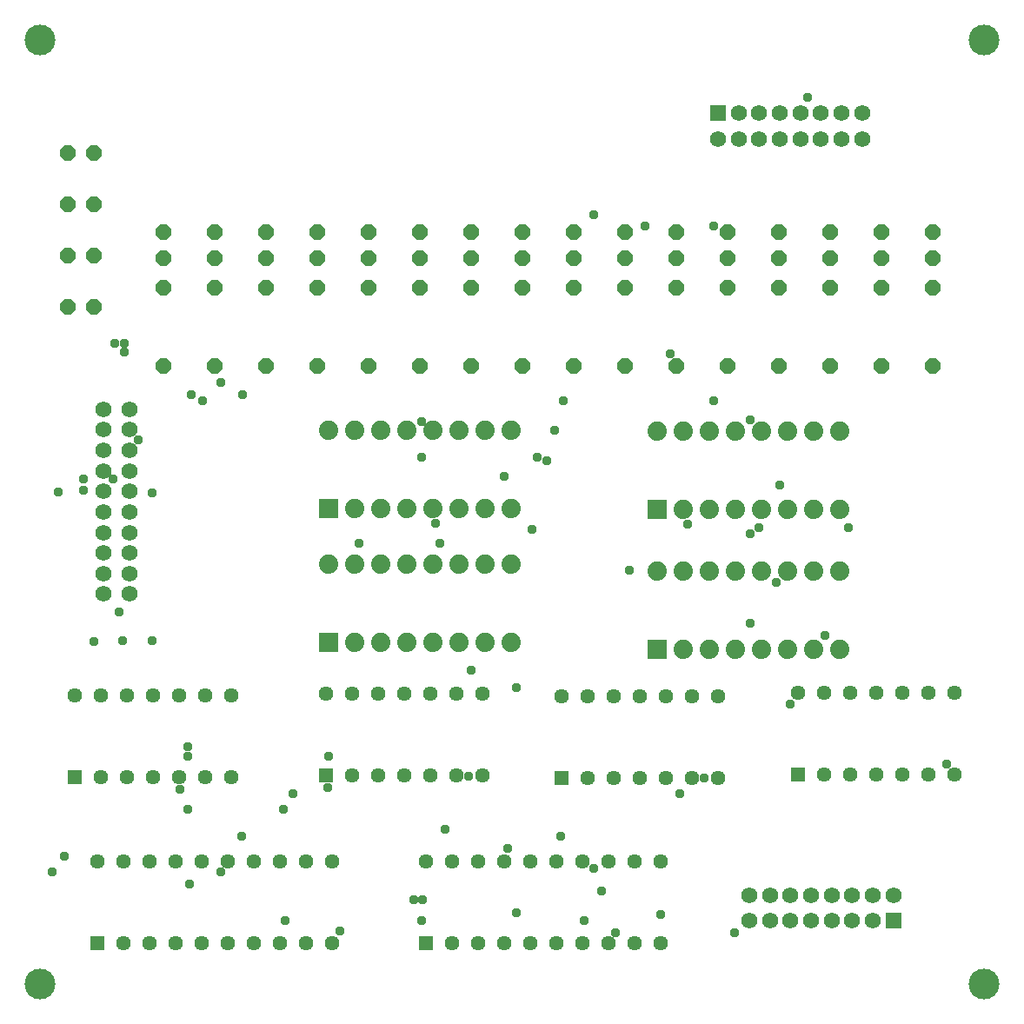
<source format=gbr>
G04 EAGLE Gerber RS-274X export*
G75*
%MOMM*%
%FSLAX34Y34*%
%LPD*%
%INSoldermask Top*%
%IPPOS*%
%AMOC8*
5,1,8,0,0,1.08239X$1,22.5*%
G01*
%ADD10R,1.561200X1.561200*%
%ADD11C,1.561200*%
%ADD12R,1.441200X1.441200*%
%ADD13C,1.441200*%
%ADD14R,1.879600X1.879600*%
%ADD15C,1.879600*%
%ADD16P,1.649562X8X292.500000*%
%ADD17P,1.649562X8X112.500000*%
%ADD18P,1.649562X8X22.500000*%
%ADD19C,3.003200*%
%ADD20C,0.959600*%


D10*
X700700Y888400D03*
D11*
X700700Y863400D03*
X720700Y888400D03*
X720700Y863400D03*
X740700Y888400D03*
X740700Y863400D03*
X760700Y888400D03*
X760700Y863400D03*
X780700Y888400D03*
X780700Y863400D03*
X800700Y888400D03*
X800700Y863400D03*
X820700Y888400D03*
X820700Y863400D03*
X840700Y888400D03*
X840700Y863400D03*
D10*
X871200Y101600D03*
D11*
X871200Y126600D03*
X851200Y101600D03*
X851200Y126600D03*
X831200Y101600D03*
X831200Y126600D03*
X811200Y101600D03*
X811200Y126600D03*
X791200Y101600D03*
X791200Y126600D03*
X771200Y101600D03*
X771200Y126600D03*
X751200Y101600D03*
X751200Y126600D03*
X731200Y101600D03*
X731200Y126600D03*
D12*
X73900Y242100D03*
D13*
X99300Y242100D03*
X124700Y242100D03*
X150100Y242100D03*
X175500Y242100D03*
X200900Y242100D03*
X226300Y242100D03*
X226300Y321500D03*
X200900Y321500D03*
X175500Y321500D03*
X150100Y321500D03*
X124700Y321500D03*
X99300Y321500D03*
X73900Y321500D03*
D12*
X318500Y243400D03*
D13*
X343900Y243400D03*
X369300Y243400D03*
X394700Y243400D03*
X420100Y243400D03*
X445500Y243400D03*
X470900Y243400D03*
X470900Y322800D03*
X445500Y322800D03*
X420100Y322800D03*
X394700Y322800D03*
X369300Y322800D03*
X343900Y322800D03*
X318500Y322800D03*
D12*
X548500Y241200D03*
D13*
X573900Y241200D03*
X599300Y241200D03*
X624700Y241200D03*
X650100Y241200D03*
X675500Y241200D03*
X700900Y241200D03*
X700900Y320600D03*
X675500Y320600D03*
X650100Y320600D03*
X624700Y320600D03*
X599300Y320600D03*
X573900Y320600D03*
X548500Y320600D03*
D12*
X778500Y244400D03*
D13*
X803900Y244400D03*
X829300Y244400D03*
X854700Y244400D03*
X880100Y244400D03*
X905500Y244400D03*
X930900Y244400D03*
X930900Y323800D03*
X905500Y323800D03*
X880100Y323800D03*
X854700Y323800D03*
X829300Y323800D03*
X803900Y323800D03*
X778500Y323800D03*
D14*
X321300Y503700D03*
D15*
X346700Y503700D03*
X372100Y503700D03*
X397500Y503700D03*
X422900Y503700D03*
X448300Y503700D03*
X473700Y503700D03*
X499100Y503700D03*
X499100Y579900D03*
X473700Y579900D03*
X448300Y579900D03*
X422900Y579900D03*
X397500Y579900D03*
X372100Y579900D03*
X346700Y579900D03*
X321300Y579900D03*
D14*
X641300Y502300D03*
D15*
X666700Y502300D03*
X692100Y502300D03*
X717500Y502300D03*
X742900Y502300D03*
X768300Y502300D03*
X793700Y502300D03*
X819100Y502300D03*
X819100Y578500D03*
X793700Y578500D03*
X768300Y578500D03*
X742900Y578500D03*
X717500Y578500D03*
X692100Y578500D03*
X666700Y578500D03*
X641300Y578500D03*
D14*
X321300Y372800D03*
D15*
X346700Y372800D03*
X372100Y372800D03*
X397500Y372800D03*
X422900Y372800D03*
X448300Y372800D03*
X473700Y372800D03*
X499100Y372800D03*
X499100Y449000D03*
X473700Y449000D03*
X448300Y449000D03*
X422900Y449000D03*
X397500Y449000D03*
X372100Y449000D03*
X346700Y449000D03*
X321300Y449000D03*
D14*
X641300Y366000D03*
D15*
X666700Y366000D03*
X692100Y366000D03*
X717500Y366000D03*
X742900Y366000D03*
X768300Y366000D03*
X793700Y366000D03*
X819100Y366000D03*
X819100Y442200D03*
X793700Y442200D03*
X768300Y442200D03*
X742900Y442200D03*
X717500Y442200D03*
X692100Y442200D03*
X666700Y442200D03*
X641300Y442200D03*
D11*
X102000Y420000D03*
X127000Y420000D03*
X102000Y440000D03*
X127000Y440000D03*
X102000Y460000D03*
X127000Y460000D03*
X102000Y480000D03*
X127000Y480000D03*
X102000Y500000D03*
X127000Y500000D03*
X102000Y520000D03*
X127000Y520000D03*
X102000Y540000D03*
X127000Y540000D03*
X102000Y560000D03*
X127000Y560000D03*
X102000Y580000D03*
X127000Y580000D03*
X102000Y600000D03*
X127000Y600000D03*
D12*
X95700Y80300D03*
D13*
X121100Y80300D03*
X146500Y80300D03*
X171900Y80300D03*
X197300Y80300D03*
X222700Y80300D03*
X248100Y80300D03*
X273500Y80300D03*
X298900Y80300D03*
X324300Y80300D03*
X324300Y159700D03*
X298900Y159700D03*
X273500Y159700D03*
X248100Y159700D03*
X222700Y159700D03*
X197300Y159700D03*
X171900Y159700D03*
X146500Y159700D03*
X121100Y159700D03*
X95700Y159700D03*
D12*
X415700Y80300D03*
D13*
X441100Y80300D03*
X466500Y80300D03*
X491900Y80300D03*
X517300Y80300D03*
X542700Y80300D03*
X568100Y80300D03*
X593500Y80300D03*
X618900Y80300D03*
X644300Y80300D03*
X644300Y159700D03*
X618900Y159700D03*
X593500Y159700D03*
X568100Y159700D03*
X542700Y159700D03*
X517300Y159700D03*
X491900Y159700D03*
X466500Y159700D03*
X441100Y159700D03*
X415700Y159700D03*
D16*
X910000Y718100D03*
X910000Y641900D03*
X860000Y718100D03*
X860000Y641900D03*
X810000Y718100D03*
X810000Y641900D03*
X760000Y718100D03*
X760000Y641900D03*
X710000Y718100D03*
X710000Y641900D03*
X660000Y718100D03*
X660000Y641900D03*
X610000Y718100D03*
X610000Y641900D03*
X560000Y718100D03*
X560000Y641900D03*
X510000Y718100D03*
X510000Y641900D03*
X460000Y718100D03*
X460000Y641900D03*
X410000Y718100D03*
X410000Y641900D03*
X360000Y718100D03*
X360000Y641900D03*
X310000Y718100D03*
X310000Y641900D03*
X260000Y718100D03*
X260000Y641900D03*
X210000Y718100D03*
X210000Y641900D03*
X160000Y718100D03*
X160000Y641900D03*
D17*
X910000Y747300D03*
X910000Y772700D03*
X860000Y747300D03*
X860000Y772700D03*
X810000Y747300D03*
X810000Y772700D03*
X760000Y747300D03*
X760000Y772700D03*
X710000Y747300D03*
X710000Y772700D03*
X660000Y747300D03*
X660000Y772700D03*
X610000Y747300D03*
X610000Y772700D03*
X560000Y747300D03*
X560000Y772700D03*
X510000Y747300D03*
X510000Y772700D03*
X460000Y747300D03*
X460000Y772700D03*
X410000Y747300D03*
X410000Y772700D03*
X360000Y747300D03*
X360000Y772700D03*
X310000Y747300D03*
X310000Y772700D03*
X260000Y747300D03*
X260000Y772700D03*
X210000Y747300D03*
X210000Y772700D03*
X160000Y747300D03*
X160000Y772700D03*
D18*
X67300Y850000D03*
X92700Y850000D03*
X67300Y800000D03*
X92700Y800000D03*
X67300Y750000D03*
X92700Y750000D03*
X67300Y700000D03*
X92700Y700000D03*
D19*
X40000Y40000D03*
X40000Y960000D03*
X960000Y960000D03*
X960000Y40000D03*
D20*
X216408Y149352D03*
X495300Y172212D03*
X547116Y184404D03*
X277368Y210312D03*
X662940Y225552D03*
X644652Y108204D03*
X787908Y903732D03*
X579120Y789432D03*
X425196Y489204D03*
X411480Y588264D03*
X411480Y553212D03*
X541020Y579120D03*
X740664Y484632D03*
X696468Y778764D03*
X731520Y478536D03*
X731520Y391668D03*
X687324Y240792D03*
X757428Y431292D03*
X731520Y589788D03*
X629412Y778764D03*
X519684Y483108D03*
X321564Y262128D03*
X771144Y312420D03*
X614172Y443484D03*
X533400Y550164D03*
X185928Y137160D03*
X117348Y402336D03*
X236220Y184404D03*
X149352Y374904D03*
X184404Y210312D03*
X184404Y262128D03*
X413004Y121920D03*
X332232Y91440D03*
X92964Y373380D03*
X504444Y329184D03*
X524256Y553212D03*
X600456Y89916D03*
X411480Y102108D03*
X278892Y102108D03*
X82296Y521208D03*
X135636Y569976D03*
X586740Y131064D03*
X286512Y225552D03*
X149352Y518160D03*
X176784Y230124D03*
X184404Y271272D03*
X403860Y121920D03*
X320040Y231648D03*
X804672Y379476D03*
X827532Y484632D03*
X923544Y254508D03*
X760476Y525780D03*
X569976Y102108D03*
X457200Y242316D03*
X670560Y487680D03*
X504444Y109728D03*
X434340Y190500D03*
X429768Y469392D03*
X350520Y469392D03*
X579120Y152400D03*
X460248Y345948D03*
X716280Y89916D03*
X51816Y149352D03*
X112776Y664464D03*
X653796Y653796D03*
X57912Y519684D03*
X121920Y664464D03*
X492252Y534924D03*
X64008Y164592D03*
X121920Y655320D03*
X696468Y608076D03*
X550164Y608076D03*
X120396Y374904D03*
X198120Y608076D03*
X216408Y626364D03*
X111252Y531876D03*
X82296Y531876D03*
X187452Y614172D03*
X237744Y614172D03*
M02*

</source>
